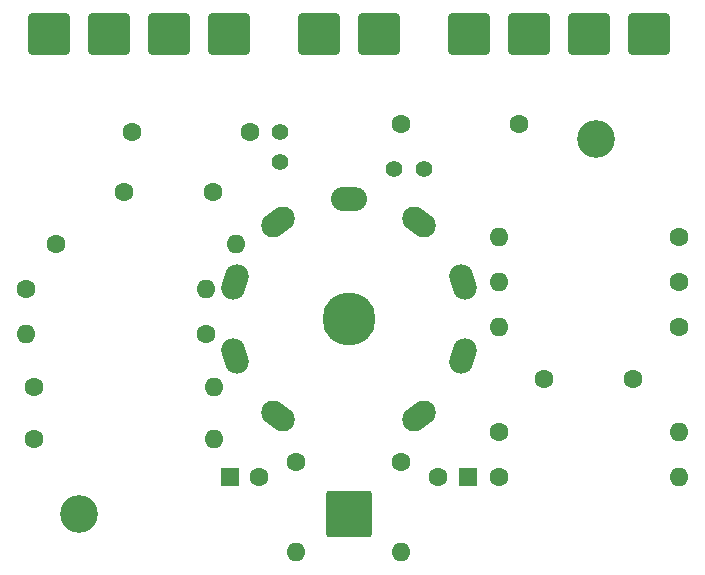
<source format=gbr>
G04 #@! TF.GenerationSoftware,KiCad,Pcbnew,7.0.8*
G04 #@! TF.CreationDate,2023-11-22T22:44:11+03:00*
G04 #@! TF.ProjectId,tubeTest,74756265-5465-4737-942e-6b696361645f,rev?*
G04 #@! TF.SameCoordinates,Original*
G04 #@! TF.FileFunction,Soldermask,Top*
G04 #@! TF.FilePolarity,Negative*
%FSLAX46Y46*%
G04 Gerber Fmt 4.6, Leading zero omitted, Abs format (unit mm)*
G04 Created by KiCad (PCBNEW 7.0.8) date 2023-11-22 22:44:11*
%MOMM*%
%LPD*%
G01*
G04 APERTURE LIST*
G04 Aperture macros list*
%AMRoundRect*
0 Rectangle with rounded corners*
0 $1 Rounding radius*
0 $2 $3 $4 $5 $6 $7 $8 $9 X,Y pos of 4 corners*
0 Add a 4 corners polygon primitive as box body*
4,1,4,$2,$3,$4,$5,$6,$7,$8,$9,$2,$3,0*
0 Add four circle primitives for the rounded corners*
1,1,$1+$1,$2,$3*
1,1,$1+$1,$4,$5*
1,1,$1+$1,$6,$7*
1,1,$1+$1,$8,$9*
0 Add four rect primitives between the rounded corners*
20,1,$1+$1,$2,$3,$4,$5,0*
20,1,$1+$1,$4,$5,$6,$7,0*
20,1,$1+$1,$6,$7,$8,$9,0*
20,1,$1+$1,$8,$9,$2,$3,0*%
%AMHorizOval*
0 Thick line with rounded ends*
0 $1 width*
0 $2 $3 position (X,Y) of the first rounded end (center of the circle)*
0 $4 $5 position (X,Y) of the second rounded end (center of the circle)*
0 Add line between two ends*
20,1,$1,$2,$3,$4,$5,0*
0 Add two circle primitives to create the rounded ends*
1,1,$1,$2,$3*
1,1,$1,$4,$5*%
G04 Aperture macros list end*
%ADD10RoundRect,0.250002X1.499998X1.499998X-1.499998X1.499998X-1.499998X-1.499998X1.499998X-1.499998X0*%
%ADD11C,1.600000*%
%ADD12O,1.600000X1.600000*%
%ADD13RoundRect,0.250002X-1.499998X-1.499998X1.499998X-1.499998X1.499998X1.499998X-1.499998X1.499998X0*%
%ADD14RoundRect,0.250002X-1.699998X-1.699998X1.699998X-1.699998X1.699998X1.699998X-1.699998X1.699998X0*%
%ADD15C,1.400000*%
%ADD16C,3.200000*%
%ADD17HorizOval,2.030000X-0.412599X0.299770X0.412599X-0.299770X0*%
%ADD18HorizOval,2.030000X-0.157599X0.485039X0.157599X-0.485039X0*%
%ADD19HorizOval,2.030000X0.157599X0.485039X-0.157599X-0.485039X0*%
%ADD20HorizOval,2.030000X0.412599X0.299770X-0.412599X-0.299770X0*%
%ADD21O,3.050000X2.030000*%
%ADD22C,4.500000*%
%ADD23R,1.600000X1.600000*%
G04 APERTURE END LIST*
D10*
X163830000Y-85090000D03*
X123190000Y-85090000D03*
D11*
X116205000Y-106680000D03*
D12*
X131445000Y-106680000D03*
D11*
X147955000Y-92710000D03*
X157955000Y-92710000D03*
D13*
X168910000Y-85090000D03*
X133350000Y-85090000D03*
D11*
X116840000Y-119380000D03*
D12*
X132080000Y-119380000D03*
D13*
X118110000Y-85090000D03*
D11*
X139065000Y-121285000D03*
D12*
X139065000Y-128905000D03*
D14*
X143510000Y-125730000D03*
D15*
X137715000Y-95885000D03*
X137715000Y-93345000D03*
X147320000Y-96520000D03*
X149860000Y-96520000D03*
D13*
X128270000Y-85090000D03*
D11*
X147955000Y-121285000D03*
D12*
X147955000Y-128905000D03*
D11*
X156210000Y-122555000D03*
D12*
X171450000Y-122555000D03*
D11*
X124520000Y-98425000D03*
X132020000Y-98425000D03*
X118745000Y-102870000D03*
D12*
X133985000Y-102870000D03*
D11*
X167580000Y-114300000D03*
X160080000Y-114300000D03*
X156210000Y-118745000D03*
D12*
X171450000Y-118745000D03*
D16*
X164465000Y-93980000D03*
X120650000Y-125730000D03*
D13*
X158750000Y-85090000D03*
X146050000Y-85090000D03*
D11*
X116840000Y-114935000D03*
D12*
X132080000Y-114935000D03*
D13*
X153670000Y-85090000D03*
D11*
X135175000Y-93345000D03*
X125175000Y-93345000D03*
X171450000Y-109855000D03*
D12*
X156210000Y-109855000D03*
D11*
X131445000Y-110490000D03*
D12*
X116205000Y-110490000D03*
D11*
X171450000Y-106045000D03*
D12*
X156210000Y-106045000D03*
D13*
X140970000Y-85090000D03*
D11*
X171450000Y-102235000D03*
D12*
X156210000Y-102235000D03*
D17*
X137538102Y-117439612D03*
D18*
X133848170Y-112362396D03*
D19*
X133846361Y-106083171D03*
D20*
X137538102Y-101000387D03*
D21*
X143507073Y-99060000D03*
D17*
X149481898Y-101000387D03*
D18*
X153171830Y-106077604D03*
D19*
X153172734Y-112359612D03*
D20*
X149484266Y-117437892D03*
D22*
X143510000Y-109220000D03*
D23*
X133414888Y-122555000D03*
D11*
X135914888Y-122555000D03*
D23*
X153605113Y-122555000D03*
D11*
X151105113Y-122555000D03*
M02*

</source>
